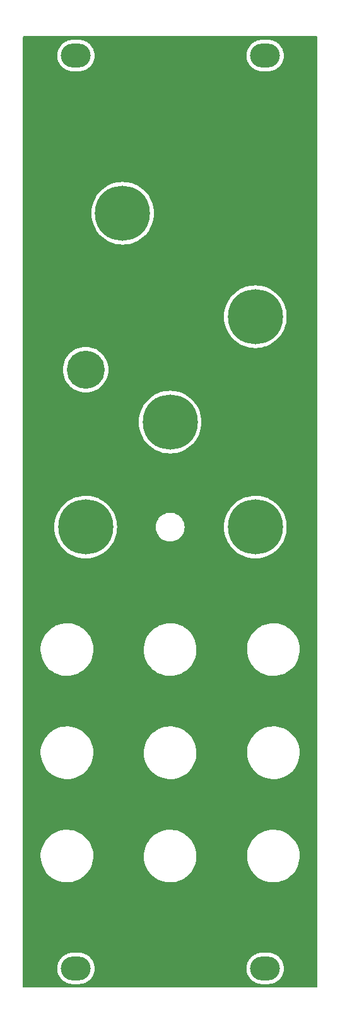
<source format=gtl>
%TF.GenerationSoftware,KiCad,Pcbnew,7.0.8*%
%TF.CreationDate,2024-02-26T10:50:28-05:00*%
%TF.ProjectId,lichen-bifocals-panel,6c696368-656e-42d6-9269-666f63616c73,rev?*%
%TF.SameCoordinates,Original*%
%TF.FileFunction,Copper,L1,Top*%
%TF.FilePolarity,Positive*%
%FSLAX46Y46*%
G04 Gerber Fmt 4.6, Leading zero omitted, Abs format (unit mm)*
G04 Created by KiCad (PCBNEW 7.0.8) date 2024-02-26 10:50:28*
%MOMM*%
%LPD*%
G01*
G04 APERTURE LIST*
G04 Aperture macros list*
%AMRoundRect*
0 Rectangle with rounded corners*
0 $1 Rounding radius*
0 $2 $3 $4 $5 $6 $7 $8 $9 X,Y pos of 4 corners*
0 Add a 4 corners polygon primitive as box body*
4,1,4,$2,$3,$4,$5,$6,$7,$8,$9,$2,$3,0*
0 Add four circle primitives for the rounded corners*
1,1,$1+$1,$2,$3*
1,1,$1+$1,$4,$5*
1,1,$1+$1,$6,$7*
1,1,$1+$1,$8,$9*
0 Add four rect primitives between the rounded corners*
20,1,$1+$1,$2,$3,$4,$5,0*
20,1,$1+$1,$4,$5,$6,$7,0*
20,1,$1+$1,$6,$7,$8,$9,0*
20,1,$1+$1,$8,$9,$2,$3,0*%
G04 Aperture macros list end*
%TA.AperFunction,WasherPad*%
%ADD10C,7.400000*%
%TD*%
%TA.AperFunction,WasherPad*%
%ADD11RoundRect,1.600000X0.400000X0.000000X-0.400000X0.000000X-0.400000X0.000000X0.400000X0.000000X0*%
%TD*%
%TA.AperFunction,WasherPad*%
%ADD12C,5.100000*%
%TD*%
%TA.AperFunction,WasherPad*%
%ADD13RoundRect,1.600000X-0.400000X0.000000X0.400000X0.000000X0.400000X0.000000X-0.400000X0.000000X0*%
%TD*%
G04 APERTURE END LIST*
D10*
%TO.P,POT5,*%
%TO.N,*%
X131587000Y-166284000D03*
%TD*%
%TO.P,POT2,*%
%TO.N,*%
X131587000Y-138057000D03*
%TD*%
D11*
%TO.P, ,*%
%TO.N,*%
X132900000Y-225500000D03*
%TD*%
D12*
%TO.P,BUTTON_1,*%
%TO.N,*%
X108816000Y-145170000D03*
%TD*%
D10*
%TO.P,POT1,*%
%TO.N,*%
X113772000Y-124176000D03*
%TD*%
%TO.P,POT4,*%
%TO.N,*%
X108816000Y-166284000D03*
%TD*%
D13*
%TO.P, ,*%
%TO.N,*%
X107500000Y-103000000D03*
%TD*%
D10*
%TO.P,POT3,*%
%TO.N,*%
X120150000Y-152203000D03*
%TD*%
D11*
%TO.P, ,*%
%TO.N,*%
X132900000Y-103000000D03*
%TD*%
D13*
%TO.P, ,*%
%TO.N,*%
X107500000Y-225500000D03*
%TD*%
%TA.AperFunction,NonConductor*%
G36*
X139842539Y-100420185D02*
G01*
X139888294Y-100472989D01*
X139899500Y-100524500D01*
X139899500Y-227975500D01*
X139879815Y-228042539D01*
X139827011Y-228088294D01*
X139775500Y-228099500D01*
X100524500Y-228099500D01*
X100457461Y-228079815D01*
X100411706Y-228027011D01*
X100400500Y-227975500D01*
X100400500Y-225643679D01*
X104999500Y-225643679D01*
X104999985Y-225647210D01*
X105003059Y-225669574D01*
X105003553Y-225674826D01*
X105005630Y-225715304D01*
X105005631Y-225715321D01*
X105023949Y-225821557D01*
X105038629Y-225928359D01*
X105047482Y-225959961D01*
X105048879Y-225966153D01*
X105054453Y-225998480D01*
X105054455Y-225998486D01*
X105087070Y-226101248D01*
X105116156Y-226205058D01*
X105116157Y-226205060D01*
X105129226Y-226235149D01*
X105131454Y-226241094D01*
X105141383Y-226272375D01*
X105141385Y-226272381D01*
X105187685Y-226369736D01*
X105230636Y-226468619D01*
X105230636Y-226468620D01*
X105247691Y-226496667D01*
X105250706Y-226502251D01*
X105264799Y-226531882D01*
X105323927Y-226622030D01*
X105379945Y-226714147D01*
X105392771Y-226729912D01*
X105400653Y-226739601D01*
X105404395Y-226744714D01*
X105422400Y-226772164D01*
X105422402Y-226772167D01*
X105493250Y-226853418D01*
X105561289Y-226937050D01*
X105561291Y-226937052D01*
X105561292Y-226937053D01*
X105585270Y-226959447D01*
X105585278Y-226959454D01*
X105589681Y-226964010D01*
X105611252Y-226988748D01*
X105692497Y-227059590D01*
X105771296Y-227133184D01*
X105771298Y-227133185D01*
X105771302Y-227133189D01*
X105798108Y-227152110D01*
X105803104Y-227156035D01*
X105803109Y-227156039D01*
X105827836Y-227177600D01*
X105917990Y-227236732D01*
X106006064Y-227298901D01*
X106006068Y-227298903D01*
X106035195Y-227313995D01*
X106040675Y-227317200D01*
X106068118Y-227335201D01*
X106165488Y-227381508D01*
X106261203Y-227431104D01*
X106283877Y-227439162D01*
X106292118Y-227442091D01*
X106297986Y-227444522D01*
X106308247Y-227449401D01*
X106327622Y-227458616D01*
X106430384Y-227491231D01*
X106531968Y-227527334D01*
X106531969Y-227527334D01*
X106531971Y-227527335D01*
X106540342Y-227529074D01*
X106564109Y-227534013D01*
X106570221Y-227535613D01*
X106601514Y-227545545D01*
X106707758Y-227563863D01*
X106813314Y-227585798D01*
X106846046Y-227588037D01*
X106852347Y-227588793D01*
X106884692Y-227594370D01*
X106934513Y-227596924D01*
X107004257Y-227600500D01*
X107004264Y-227600500D01*
X107995743Y-227600500D01*
X108115302Y-227594371D01*
X108147643Y-227588795D01*
X108153952Y-227588037D01*
X108163878Y-227587357D01*
X108186686Y-227585798D01*
X108292241Y-227563863D01*
X108398486Y-227545545D01*
X108429765Y-227535617D01*
X108435891Y-227534012D01*
X108468032Y-227527334D01*
X108569615Y-227491231D01*
X108672378Y-227458616D01*
X108702028Y-227444514D01*
X108707865Y-227442096D01*
X108738797Y-227431104D01*
X108834511Y-227381508D01*
X108931882Y-227335201D01*
X108959324Y-227317200D01*
X108964793Y-227314000D01*
X108993936Y-227298901D01*
X109082009Y-227236732D01*
X109172164Y-227177600D01*
X109196898Y-227156031D01*
X109201866Y-227152127D01*
X109228698Y-227133189D01*
X109307502Y-227059590D01*
X109388748Y-226988748D01*
X109410317Y-226964010D01*
X109414718Y-226959456D01*
X109438708Y-226937053D01*
X109506749Y-226853418D01*
X109577600Y-226772164D01*
X109595601Y-226744717D01*
X109599335Y-226739613D01*
X109620055Y-226714147D01*
X109676072Y-226622030D01*
X109735201Y-226531882D01*
X109749297Y-226502241D01*
X109752308Y-226496667D01*
X109762640Y-226479675D01*
X109769361Y-226468626D01*
X109769362Y-226468623D01*
X109812314Y-226369736D01*
X109858611Y-226272388D01*
X109858616Y-226272378D01*
X109868548Y-226241082D01*
X109870765Y-226235165D01*
X109883844Y-226205058D01*
X109912929Y-226101248D01*
X109945545Y-225998486D01*
X109951124Y-225966122D01*
X109952516Y-225959961D01*
X109961371Y-225928358D01*
X109976050Y-225821558D01*
X109994370Y-225715308D01*
X109996445Y-225674825D01*
X109996940Y-225669574D01*
X110000499Y-225643682D01*
X110000500Y-225643681D01*
X110000500Y-225643679D01*
X130399500Y-225643679D01*
X130399985Y-225647210D01*
X130403059Y-225669574D01*
X130403553Y-225674826D01*
X130405630Y-225715304D01*
X130405631Y-225715321D01*
X130423949Y-225821557D01*
X130438629Y-225928359D01*
X130447482Y-225959961D01*
X130448879Y-225966153D01*
X130454453Y-225998480D01*
X130454455Y-225998486D01*
X130487070Y-226101248D01*
X130516156Y-226205058D01*
X130516157Y-226205060D01*
X130529226Y-226235149D01*
X130531454Y-226241094D01*
X130541383Y-226272375D01*
X130541385Y-226272381D01*
X130587685Y-226369736D01*
X130630636Y-226468619D01*
X130630636Y-226468620D01*
X130647691Y-226496667D01*
X130650706Y-226502251D01*
X130664799Y-226531882D01*
X130723927Y-226622030D01*
X130779945Y-226714147D01*
X130792771Y-226729912D01*
X130800653Y-226739601D01*
X130804395Y-226744714D01*
X130822400Y-226772164D01*
X130822402Y-226772167D01*
X130893250Y-226853418D01*
X130961289Y-226937050D01*
X130961291Y-226937052D01*
X130961292Y-226937053D01*
X130985270Y-226959447D01*
X130985278Y-226959454D01*
X130989681Y-226964010D01*
X131011252Y-226988748D01*
X131092497Y-227059590D01*
X131171296Y-227133184D01*
X131171298Y-227133185D01*
X131171302Y-227133189D01*
X131198108Y-227152110D01*
X131203104Y-227156035D01*
X131203109Y-227156039D01*
X131227836Y-227177600D01*
X131317990Y-227236732D01*
X131406064Y-227298901D01*
X131406068Y-227298903D01*
X131435195Y-227313995D01*
X131440675Y-227317200D01*
X131468118Y-227335201D01*
X131565488Y-227381508D01*
X131661203Y-227431104D01*
X131683877Y-227439162D01*
X131692118Y-227442091D01*
X131697986Y-227444522D01*
X131708247Y-227449401D01*
X131727622Y-227458616D01*
X131830384Y-227491231D01*
X131931968Y-227527334D01*
X131931969Y-227527334D01*
X131931971Y-227527335D01*
X131940342Y-227529074D01*
X131964109Y-227534013D01*
X131970221Y-227535613D01*
X132001514Y-227545545D01*
X132107758Y-227563863D01*
X132213314Y-227585798D01*
X132246046Y-227588037D01*
X132252347Y-227588793D01*
X132284692Y-227594370D01*
X132334513Y-227596924D01*
X132404257Y-227600500D01*
X132404264Y-227600500D01*
X133395743Y-227600500D01*
X133515302Y-227594371D01*
X133547643Y-227588795D01*
X133553952Y-227588037D01*
X133563878Y-227587357D01*
X133586686Y-227585798D01*
X133692241Y-227563863D01*
X133798486Y-227545545D01*
X133829765Y-227535617D01*
X133835891Y-227534012D01*
X133868032Y-227527334D01*
X133969615Y-227491231D01*
X134072378Y-227458616D01*
X134102028Y-227444514D01*
X134107865Y-227442096D01*
X134138797Y-227431104D01*
X134234511Y-227381508D01*
X134331882Y-227335201D01*
X134359324Y-227317200D01*
X134364793Y-227314000D01*
X134393936Y-227298901D01*
X134482009Y-227236732D01*
X134572164Y-227177600D01*
X134596898Y-227156031D01*
X134601866Y-227152127D01*
X134628698Y-227133189D01*
X134707502Y-227059590D01*
X134788748Y-226988748D01*
X134810317Y-226964010D01*
X134814718Y-226959456D01*
X134838708Y-226937053D01*
X134906749Y-226853418D01*
X134977600Y-226772164D01*
X134995601Y-226744717D01*
X134999335Y-226739613D01*
X135020055Y-226714147D01*
X135076072Y-226622030D01*
X135135201Y-226531882D01*
X135149297Y-226502241D01*
X135152308Y-226496667D01*
X135162640Y-226479675D01*
X135169361Y-226468626D01*
X135169362Y-226468623D01*
X135212314Y-226369736D01*
X135258611Y-226272388D01*
X135258616Y-226272378D01*
X135268548Y-226241082D01*
X135270765Y-226235165D01*
X135283844Y-226205058D01*
X135312929Y-226101248D01*
X135345545Y-225998486D01*
X135351124Y-225966122D01*
X135352516Y-225959961D01*
X135361371Y-225928358D01*
X135376050Y-225821558D01*
X135394370Y-225715308D01*
X135396445Y-225674825D01*
X135396940Y-225669574D01*
X135400499Y-225643682D01*
X135400500Y-225643681D01*
X135400500Y-225356324D01*
X135396940Y-225330424D01*
X135396445Y-225325173D01*
X135394370Y-225284692D01*
X135376050Y-225178441D01*
X135361371Y-225071642D01*
X135352517Y-225040040D01*
X135351120Y-225033851D01*
X135345545Y-225001514D01*
X135312929Y-224898751D01*
X135283844Y-224794942D01*
X135270765Y-224764832D01*
X135268543Y-224758903D01*
X135258616Y-224727622D01*
X135212314Y-224630263D01*
X135169361Y-224531375D01*
X135152306Y-224503330D01*
X135149293Y-224497749D01*
X135135204Y-224468124D01*
X135135201Y-224468118D01*
X135076072Y-224377969D01*
X135020055Y-224285853D01*
X134999344Y-224260396D01*
X134995595Y-224255272D01*
X134977602Y-224227838D01*
X134906749Y-224146581D01*
X134838712Y-224062952D01*
X134838708Y-224062947D01*
X134814717Y-224040540D01*
X134810317Y-224035989D01*
X134788748Y-224011252D01*
X134707502Y-223940409D01*
X134628701Y-223866813D01*
X134624392Y-223863771D01*
X134601884Y-223847883D01*
X134596900Y-223843969D01*
X134572164Y-223822400D01*
X134482009Y-223763267D01*
X134393936Y-223701099D01*
X134364797Y-223686000D01*
X134359329Y-223682802D01*
X134331882Y-223664799D01*
X134331878Y-223664797D01*
X134331873Y-223664794D01*
X134234511Y-223618491D01*
X134138796Y-223568895D01*
X134138792Y-223568894D01*
X134107874Y-223557905D01*
X134102006Y-223555474D01*
X134072385Y-223541386D01*
X134072380Y-223541385D01*
X134072378Y-223541384D01*
X133969615Y-223508768D01*
X133868044Y-223472670D01*
X133868038Y-223472668D01*
X133868032Y-223472666D01*
X133835903Y-223465988D01*
X133829762Y-223464380D01*
X133798497Y-223454458D01*
X133798489Y-223454456D01*
X133798486Y-223454455D01*
X133798482Y-223454454D01*
X133798481Y-223454454D01*
X133692241Y-223436136D01*
X133586686Y-223414202D01*
X133586681Y-223414201D01*
X133586682Y-223414201D01*
X133553943Y-223411961D01*
X133547647Y-223411205D01*
X133534199Y-223408886D01*
X133515312Y-223405630D01*
X133515297Y-223405628D01*
X133395743Y-223399500D01*
X133395736Y-223399500D01*
X132404264Y-223399500D01*
X132404257Y-223399500D01*
X132284706Y-223405628D01*
X132284678Y-223405631D01*
X132252348Y-223411204D01*
X132246048Y-223411961D01*
X132213319Y-223414201D01*
X132107758Y-223436136D01*
X132001516Y-223454454D01*
X132001502Y-223454458D01*
X131970241Y-223464379D01*
X131964100Y-223465987D01*
X131931980Y-223472662D01*
X131931954Y-223472670D01*
X131830384Y-223508768D01*
X131727618Y-223541385D01*
X131697989Y-223555476D01*
X131692124Y-223557906D01*
X131661200Y-223568897D01*
X131565488Y-223618491D01*
X131468120Y-223664797D01*
X131468112Y-223664802D01*
X131440676Y-223682798D01*
X131435193Y-223686005D01*
X131406064Y-223701098D01*
X131317990Y-223763267D01*
X131227836Y-223822400D01*
X131227827Y-223822406D01*
X131203102Y-223843965D01*
X131198110Y-223847887D01*
X131171311Y-223866803D01*
X131171294Y-223866817D01*
X131092497Y-223940409D01*
X131011258Y-224011246D01*
X131011256Y-224011247D01*
X130989691Y-224035978D01*
X130985280Y-224040542D01*
X130961293Y-224062944D01*
X130961292Y-224062945D01*
X130893250Y-224146581D01*
X130822398Y-224227837D01*
X130822395Y-224227842D01*
X130804403Y-224255273D01*
X130800654Y-224260396D01*
X130779943Y-224285855D01*
X130779941Y-224285858D01*
X130723927Y-224377969D01*
X130664800Y-224468115D01*
X130650706Y-224497747D01*
X130647691Y-224503330D01*
X130630640Y-224531372D01*
X130587685Y-224630263D01*
X130541384Y-224727620D01*
X130541383Y-224727622D01*
X130531454Y-224758904D01*
X130529227Y-224764846D01*
X130516156Y-224794942D01*
X130487070Y-224898751D01*
X130454455Y-225001513D01*
X130448879Y-225033847D01*
X130447482Y-225040040D01*
X130438629Y-225071642D01*
X130438629Y-225071643D01*
X130423949Y-225178442D01*
X130405632Y-225284675D01*
X130405630Y-225284695D01*
X130403555Y-225325151D01*
X130403059Y-225330415D01*
X130399500Y-225356316D01*
X130399500Y-225643679D01*
X110000500Y-225643679D01*
X110000500Y-225356324D01*
X109996940Y-225330424D01*
X109996445Y-225325173D01*
X109994370Y-225284692D01*
X109976050Y-225178441D01*
X109961371Y-225071642D01*
X109952517Y-225040040D01*
X109951120Y-225033851D01*
X109945545Y-225001514D01*
X109912929Y-224898751D01*
X109883844Y-224794942D01*
X109870765Y-224764832D01*
X109868543Y-224758903D01*
X109858616Y-224727622D01*
X109812314Y-224630263D01*
X109769361Y-224531375D01*
X109752306Y-224503330D01*
X109749293Y-224497749D01*
X109735204Y-224468124D01*
X109735201Y-224468118D01*
X109676072Y-224377969D01*
X109620055Y-224285853D01*
X109599344Y-224260396D01*
X109595595Y-224255272D01*
X109577602Y-224227838D01*
X109506749Y-224146581D01*
X109438712Y-224062952D01*
X109438708Y-224062947D01*
X109414717Y-224040540D01*
X109410317Y-224035989D01*
X109388748Y-224011252D01*
X109307502Y-223940409D01*
X109228701Y-223866813D01*
X109224392Y-223863771D01*
X109201884Y-223847883D01*
X109196900Y-223843969D01*
X109172164Y-223822400D01*
X109082009Y-223763267D01*
X108993936Y-223701099D01*
X108964797Y-223686000D01*
X108959329Y-223682802D01*
X108931882Y-223664799D01*
X108931878Y-223664797D01*
X108931873Y-223664794D01*
X108834511Y-223618491D01*
X108738796Y-223568895D01*
X108738792Y-223568894D01*
X108707874Y-223557905D01*
X108702006Y-223555474D01*
X108672385Y-223541386D01*
X108672380Y-223541385D01*
X108672378Y-223541384D01*
X108569615Y-223508768D01*
X108468044Y-223472670D01*
X108468038Y-223472668D01*
X108468032Y-223472666D01*
X108435903Y-223465988D01*
X108429762Y-223464380D01*
X108398497Y-223454458D01*
X108398489Y-223454456D01*
X108398486Y-223454455D01*
X108398482Y-223454454D01*
X108398481Y-223454454D01*
X108292241Y-223436136D01*
X108186686Y-223414202D01*
X108186681Y-223414201D01*
X108186682Y-223414201D01*
X108153943Y-223411961D01*
X108147647Y-223411205D01*
X108134199Y-223408886D01*
X108115312Y-223405630D01*
X108115297Y-223405628D01*
X107995743Y-223399500D01*
X107995736Y-223399500D01*
X107004264Y-223399500D01*
X107004257Y-223399500D01*
X106884706Y-223405628D01*
X106884678Y-223405631D01*
X106852348Y-223411204D01*
X106846048Y-223411961D01*
X106813319Y-223414201D01*
X106707758Y-223436136D01*
X106601516Y-223454454D01*
X106601502Y-223454458D01*
X106570241Y-223464379D01*
X106564100Y-223465987D01*
X106531980Y-223472662D01*
X106531954Y-223472670D01*
X106430384Y-223508768D01*
X106327618Y-223541385D01*
X106297989Y-223555476D01*
X106292124Y-223557906D01*
X106261200Y-223568897D01*
X106165488Y-223618491D01*
X106068120Y-223664797D01*
X106068112Y-223664802D01*
X106040676Y-223682798D01*
X106035193Y-223686005D01*
X106006064Y-223701098D01*
X105917990Y-223763267D01*
X105827836Y-223822400D01*
X105827827Y-223822406D01*
X105803102Y-223843965D01*
X105798110Y-223847887D01*
X105771311Y-223866803D01*
X105771294Y-223866817D01*
X105692497Y-223940409D01*
X105611258Y-224011246D01*
X105611256Y-224011247D01*
X105589691Y-224035978D01*
X105585280Y-224040542D01*
X105561293Y-224062944D01*
X105561292Y-224062945D01*
X105493250Y-224146581D01*
X105422398Y-224227837D01*
X105422395Y-224227842D01*
X105404403Y-224255273D01*
X105400654Y-224260396D01*
X105379943Y-224285855D01*
X105379941Y-224285858D01*
X105323927Y-224377969D01*
X105264800Y-224468115D01*
X105250706Y-224497747D01*
X105247691Y-224503330D01*
X105230640Y-224531372D01*
X105187685Y-224630263D01*
X105141384Y-224727620D01*
X105141383Y-224727622D01*
X105131454Y-224758904D01*
X105129227Y-224764846D01*
X105116156Y-224794942D01*
X105087070Y-224898751D01*
X105054455Y-225001513D01*
X105048879Y-225033847D01*
X105047482Y-225040040D01*
X105038629Y-225071642D01*
X105038629Y-225071643D01*
X105023949Y-225178442D01*
X105005632Y-225284675D01*
X105005630Y-225284695D01*
X105003555Y-225325151D01*
X105003059Y-225330415D01*
X104999500Y-225356316D01*
X104999500Y-225643679D01*
X100400500Y-225643679D01*
X100400500Y-210523112D01*
X102762742Y-210523112D01*
X102792768Y-210898258D01*
X102862500Y-211268077D01*
X102971143Y-211628383D01*
X103117473Y-211975108D01*
X103299824Y-212304307D01*
X103516127Y-212612251D01*
X103516133Y-212612258D01*
X103516138Y-212612265D01*
X103763959Y-212895484D01*
X104040481Y-213150757D01*
X104342569Y-213375191D01*
X104666802Y-213566243D01*
X105009506Y-213721749D01*
X105366798Y-213839947D01*
X105734629Y-213919498D01*
X106108832Y-213959500D01*
X106391019Y-213959500D01*
X106391021Y-213959500D01*
X106474347Y-213955058D01*
X106672788Y-213944483D01*
X106672792Y-213944482D01*
X106672802Y-213944482D01*
X107044346Y-213884620D01*
X107407422Y-213785606D01*
X107757916Y-213648559D01*
X108091858Y-213475034D01*
X108405463Y-213266996D01*
X108695179Y-213026802D01*
X108957722Y-212757174D01*
X109190118Y-212461167D01*
X109389735Y-212142135D01*
X109554309Y-211803692D01*
X109681976Y-211449674D01*
X109771291Y-211084090D01*
X109821240Y-210711085D01*
X109826246Y-210523112D01*
X116615742Y-210523112D01*
X116645768Y-210898258D01*
X116715500Y-211268077D01*
X116824143Y-211628383D01*
X116970473Y-211975108D01*
X117152824Y-212304307D01*
X117369127Y-212612251D01*
X117369133Y-212612258D01*
X117369138Y-212612265D01*
X117616959Y-212895484D01*
X117893481Y-213150757D01*
X118195569Y-213375191D01*
X118519802Y-213566243D01*
X118862506Y-213721749D01*
X119219798Y-213839947D01*
X119587629Y-213919498D01*
X119961832Y-213959500D01*
X120244019Y-213959500D01*
X120244021Y-213959500D01*
X120327347Y-213955058D01*
X120525788Y-213944483D01*
X120525792Y-213944482D01*
X120525802Y-213944482D01*
X120897346Y-213884620D01*
X121260422Y-213785606D01*
X121610916Y-213648559D01*
X121944858Y-213475034D01*
X122258463Y-213266996D01*
X122548179Y-213026802D01*
X122810722Y-212757174D01*
X123043118Y-212461167D01*
X123242735Y-212142135D01*
X123407309Y-211803692D01*
X123534976Y-211449674D01*
X123624291Y-211084090D01*
X123674240Y-210711085D01*
X123679246Y-210523112D01*
X130469742Y-210523112D01*
X130499768Y-210898258D01*
X130569500Y-211268077D01*
X130678143Y-211628383D01*
X130824473Y-211975108D01*
X131006824Y-212304307D01*
X131223127Y-212612251D01*
X131223133Y-212612258D01*
X131223138Y-212612265D01*
X131470959Y-212895484D01*
X131747481Y-213150757D01*
X132049569Y-213375191D01*
X132373802Y-213566243D01*
X132716506Y-213721749D01*
X133073798Y-213839947D01*
X133441629Y-213919498D01*
X133815832Y-213959500D01*
X134098019Y-213959500D01*
X134098021Y-213959500D01*
X134181347Y-213955058D01*
X134379788Y-213944483D01*
X134379792Y-213944482D01*
X134379802Y-213944482D01*
X134751346Y-213884620D01*
X135114422Y-213785606D01*
X135464916Y-213648559D01*
X135798858Y-213475034D01*
X136112463Y-213266996D01*
X136402179Y-213026802D01*
X136664722Y-212757174D01*
X136897118Y-212461167D01*
X137096735Y-212142135D01*
X137261309Y-211803692D01*
X137388976Y-211449674D01*
X137478291Y-211084090D01*
X137528240Y-210711085D01*
X137538258Y-210334883D01*
X137508232Y-209959747D01*
X137438501Y-209589929D01*
X137329856Y-209229617D01*
X137183528Y-208882895D01*
X137091006Y-208715865D01*
X137001175Y-208553692D01*
X136784872Y-208245748D01*
X136784867Y-208245742D01*
X136784862Y-208245735D01*
X136537041Y-207962516D01*
X136260519Y-207707243D01*
X136260517Y-207707241D01*
X135958435Y-207482812D01*
X135958431Y-207482809D01*
X135634198Y-207291757D01*
X135291494Y-207136251D01*
X135291491Y-207136250D01*
X135291489Y-207136249D01*
X134934215Y-207018057D01*
X134934210Y-207018055D01*
X134934202Y-207018053D01*
X134566371Y-206938502D01*
X134566369Y-206938501D01*
X134566367Y-206938501D01*
X134192168Y-206898500D01*
X133909979Y-206898500D01*
X133888735Y-206899632D01*
X133628211Y-206913516D01*
X133628185Y-206913519D01*
X133256656Y-206973379D01*
X133256653Y-206973380D01*
X132893577Y-207072394D01*
X132730265Y-207136251D01*
X132543084Y-207209441D01*
X132543082Y-207209441D01*
X132543082Y-207209442D01*
X132209141Y-207382966D01*
X131895542Y-207590999D01*
X131895533Y-207591006D01*
X131605831Y-207831188D01*
X131605817Y-207831201D01*
X131343274Y-208100829D01*
X131110889Y-208396822D01*
X131110884Y-208396829D01*
X130911267Y-208715862D01*
X130911259Y-208715876D01*
X130746688Y-209054313D01*
X130619022Y-209408331D01*
X130529709Y-209773906D01*
X130529708Y-209773914D01*
X130479761Y-210146908D01*
X130479759Y-210146924D01*
X130469742Y-210523112D01*
X123679246Y-210523112D01*
X123684258Y-210334883D01*
X123654232Y-209959747D01*
X123584501Y-209589929D01*
X123475856Y-209229617D01*
X123329528Y-208882895D01*
X123237006Y-208715865D01*
X123147175Y-208553692D01*
X122930872Y-208245748D01*
X122930867Y-208245742D01*
X122930862Y-208245735D01*
X122683041Y-207962516D01*
X122406519Y-207707243D01*
X122406517Y-207707241D01*
X122104435Y-207482812D01*
X122104431Y-207482809D01*
X121780198Y-207291757D01*
X121437494Y-207136251D01*
X121437491Y-207136250D01*
X121437489Y-207136249D01*
X121080215Y-207018057D01*
X121080210Y-207018055D01*
X121080202Y-207018053D01*
X120712371Y-206938502D01*
X120712369Y-206938501D01*
X120712367Y-206938501D01*
X120338168Y-206898500D01*
X120055979Y-206898500D01*
X120034735Y-206899632D01*
X119774211Y-206913516D01*
X119774185Y-206913519D01*
X119402656Y-206973379D01*
X119402653Y-206973380D01*
X119039577Y-207072394D01*
X118876265Y-207136251D01*
X118689084Y-207209441D01*
X118689082Y-207209441D01*
X118689082Y-207209442D01*
X118355141Y-207382966D01*
X118041542Y-207590999D01*
X118041533Y-207591006D01*
X117751831Y-207831188D01*
X117751817Y-207831201D01*
X117489274Y-208100829D01*
X117256889Y-208396822D01*
X117256884Y-208396829D01*
X117057267Y-208715862D01*
X117057259Y-208715876D01*
X116892688Y-209054313D01*
X116765022Y-209408331D01*
X116675709Y-209773906D01*
X116675708Y-209773914D01*
X116625761Y-210146908D01*
X116625759Y-210146924D01*
X116615742Y-210523112D01*
X109826246Y-210523112D01*
X109831258Y-210334883D01*
X109801232Y-209959747D01*
X109731501Y-209589929D01*
X109622856Y-209229617D01*
X109476528Y-208882895D01*
X109384006Y-208715865D01*
X109294175Y-208553692D01*
X109077872Y-208245748D01*
X109077867Y-208245742D01*
X109077862Y-208245735D01*
X108830041Y-207962516D01*
X108553519Y-207707243D01*
X108553517Y-207707241D01*
X108251435Y-207482812D01*
X108251431Y-207482809D01*
X107927198Y-207291757D01*
X107584494Y-207136251D01*
X107584491Y-207136250D01*
X107584489Y-207136249D01*
X107227215Y-207018057D01*
X107227210Y-207018055D01*
X107227202Y-207018053D01*
X106859371Y-206938502D01*
X106859369Y-206938501D01*
X106859367Y-206938501D01*
X106485168Y-206898500D01*
X106202979Y-206898500D01*
X106181735Y-206899632D01*
X105921211Y-206913516D01*
X105921185Y-206913519D01*
X105549656Y-206973379D01*
X105549653Y-206973380D01*
X105186577Y-207072394D01*
X105023265Y-207136251D01*
X104836084Y-207209441D01*
X104836082Y-207209441D01*
X104836082Y-207209442D01*
X104502141Y-207382966D01*
X104188542Y-207590999D01*
X104188533Y-207591006D01*
X103898831Y-207831188D01*
X103898817Y-207831201D01*
X103636274Y-208100829D01*
X103403889Y-208396822D01*
X103403884Y-208396829D01*
X103204267Y-208715862D01*
X103204259Y-208715876D01*
X103039688Y-209054313D01*
X102912022Y-209408331D01*
X102822709Y-209773906D01*
X102822708Y-209773914D01*
X102772761Y-210146908D01*
X102772759Y-210146924D01*
X102762742Y-210523112D01*
X100400500Y-210523112D01*
X100400500Y-196671112D01*
X102762742Y-196671112D01*
X102792768Y-197046258D01*
X102862500Y-197416077D01*
X102971143Y-197776383D01*
X103117473Y-198123108D01*
X103299824Y-198452307D01*
X103516127Y-198760251D01*
X103516133Y-198760258D01*
X103516138Y-198760265D01*
X103763959Y-199043484D01*
X104040481Y-199298757D01*
X104342569Y-199523191D01*
X104666802Y-199714243D01*
X105009506Y-199869749D01*
X105366798Y-199987947D01*
X105734629Y-200067498D01*
X106108832Y-200107500D01*
X106391019Y-200107500D01*
X106391021Y-200107500D01*
X106474347Y-200103058D01*
X106672788Y-200092483D01*
X106672792Y-200092482D01*
X106672802Y-200092482D01*
X107044346Y-200032620D01*
X107407422Y-199933606D01*
X107757916Y-199796559D01*
X108091858Y-199623034D01*
X108405463Y-199414996D01*
X108695179Y-199174802D01*
X108957722Y-198905174D01*
X109190118Y-198609167D01*
X109389735Y-198290135D01*
X109554309Y-197951692D01*
X109681976Y-197597674D01*
X109771291Y-197232090D01*
X109821240Y-196859085D01*
X109826246Y-196671112D01*
X116615742Y-196671112D01*
X116645768Y-197046258D01*
X116715500Y-197416077D01*
X116824143Y-197776383D01*
X116970473Y-198123108D01*
X117152824Y-198452307D01*
X117369127Y-198760251D01*
X117369133Y-198760258D01*
X117369138Y-198760265D01*
X117616959Y-199043484D01*
X117893481Y-199298757D01*
X118195569Y-199523191D01*
X118519802Y-199714243D01*
X118862506Y-199869749D01*
X119219798Y-199987947D01*
X119587629Y-200067498D01*
X119961832Y-200107500D01*
X120244019Y-200107500D01*
X120244021Y-200107500D01*
X120327347Y-200103058D01*
X120525788Y-200092483D01*
X120525792Y-200092482D01*
X120525802Y-200092482D01*
X120897346Y-200032620D01*
X121260422Y-199933606D01*
X121610916Y-199796559D01*
X121944858Y-199623034D01*
X122258463Y-199414996D01*
X122548179Y-199174802D01*
X122810722Y-198905174D01*
X123043118Y-198609167D01*
X123242735Y-198290135D01*
X123407309Y-197951692D01*
X123534976Y-197597674D01*
X123624291Y-197232090D01*
X123674240Y-196859085D01*
X123679246Y-196671112D01*
X130469742Y-196671112D01*
X130499768Y-197046258D01*
X130569500Y-197416077D01*
X130678143Y-197776383D01*
X130824473Y-198123108D01*
X131006824Y-198452307D01*
X131223127Y-198760251D01*
X131223133Y-198760258D01*
X131223138Y-198760265D01*
X131470959Y-199043484D01*
X131747481Y-199298757D01*
X132049569Y-199523191D01*
X132373802Y-199714243D01*
X132716506Y-199869749D01*
X133073798Y-199987947D01*
X133441629Y-200067498D01*
X133815832Y-200107500D01*
X134098019Y-200107500D01*
X134098021Y-200107500D01*
X134181347Y-200103058D01*
X134379788Y-200092483D01*
X134379792Y-200092482D01*
X134379802Y-200092482D01*
X134751346Y-200032620D01*
X135114422Y-199933606D01*
X135464916Y-199796559D01*
X135798858Y-199623034D01*
X136112463Y-199414996D01*
X136402179Y-199174802D01*
X136664722Y-198905174D01*
X136897118Y-198609167D01*
X137096735Y-198290135D01*
X137261309Y-197951692D01*
X137388976Y-197597674D01*
X137478291Y-197232090D01*
X137528240Y-196859085D01*
X137538258Y-196482883D01*
X137508232Y-196107747D01*
X137438501Y-195737929D01*
X137329856Y-195377617D01*
X137183528Y-195030895D01*
X137091006Y-194863865D01*
X137001175Y-194701692D01*
X136784872Y-194393748D01*
X136784867Y-194393742D01*
X136784862Y-194393735D01*
X136537041Y-194110516D01*
X136260519Y-193855243D01*
X136260517Y-193855241D01*
X135958435Y-193630812D01*
X135958431Y-193630809D01*
X135634198Y-193439757D01*
X135291494Y-193284251D01*
X135291491Y-193284250D01*
X135291489Y-193284249D01*
X134934215Y-193166057D01*
X134934210Y-193166055D01*
X134934202Y-193166053D01*
X134566371Y-193086502D01*
X134566369Y-193086501D01*
X134566367Y-193086501D01*
X134192168Y-193046500D01*
X133909979Y-193046500D01*
X133888735Y-193047632D01*
X133628211Y-193061516D01*
X133628185Y-193061519D01*
X133256656Y-193121379D01*
X133256653Y-193121380D01*
X132893577Y-193220394D01*
X132730265Y-193284251D01*
X132543084Y-193357441D01*
X132543082Y-193357441D01*
X132543082Y-193357442D01*
X132209141Y-193530966D01*
X131895542Y-193738999D01*
X131895533Y-193739006D01*
X131605831Y-193979188D01*
X131605817Y-193979201D01*
X131343274Y-194248829D01*
X131110889Y-194544822D01*
X131110884Y-194544829D01*
X130911267Y-194863862D01*
X130911259Y-194863876D01*
X130746688Y-195202313D01*
X130619022Y-195556331D01*
X130529709Y-195921906D01*
X130529708Y-195921914D01*
X130479761Y-196294908D01*
X130479759Y-196294924D01*
X130469742Y-196671112D01*
X123679246Y-196671112D01*
X123684258Y-196482883D01*
X123654232Y-196107747D01*
X123584501Y-195737929D01*
X123475856Y-195377617D01*
X123329528Y-195030895D01*
X123237006Y-194863865D01*
X123147175Y-194701692D01*
X122930872Y-194393748D01*
X122930867Y-194393742D01*
X122930862Y-194393735D01*
X122683041Y-194110516D01*
X122406519Y-193855243D01*
X122406517Y-193855241D01*
X122104435Y-193630812D01*
X122104431Y-193630809D01*
X121780198Y-193439757D01*
X121437494Y-193284251D01*
X121437491Y-193284250D01*
X121437489Y-193284249D01*
X121080215Y-193166057D01*
X121080210Y-193166055D01*
X121080202Y-193166053D01*
X120712371Y-193086502D01*
X120712369Y-193086501D01*
X120712367Y-193086501D01*
X120338168Y-193046500D01*
X120055979Y-193046500D01*
X120034735Y-193047632D01*
X119774211Y-193061516D01*
X119774185Y-193061519D01*
X119402656Y-193121379D01*
X119402653Y-193121380D01*
X119039577Y-193220394D01*
X118876265Y-193284251D01*
X118689084Y-193357441D01*
X118689082Y-193357441D01*
X118689082Y-193357442D01*
X118355141Y-193530966D01*
X118041542Y-193738999D01*
X118041533Y-193739006D01*
X117751831Y-193979188D01*
X117751817Y-193979201D01*
X117489274Y-194248829D01*
X117256889Y-194544822D01*
X117256884Y-194544829D01*
X117057267Y-194863862D01*
X117057259Y-194863876D01*
X116892688Y-195202313D01*
X116765022Y-195556331D01*
X116675709Y-195921906D01*
X116675708Y-195921914D01*
X116625761Y-196294908D01*
X116625759Y-196294924D01*
X116615742Y-196671112D01*
X109826246Y-196671112D01*
X109831258Y-196482883D01*
X109801232Y-196107747D01*
X109731501Y-195737929D01*
X109622856Y-195377617D01*
X109476528Y-195030895D01*
X109384006Y-194863865D01*
X109294175Y-194701692D01*
X109077872Y-194393748D01*
X109077867Y-194393742D01*
X109077862Y-194393735D01*
X108830041Y-194110516D01*
X108553519Y-193855243D01*
X108553517Y-193855241D01*
X108251435Y-193630812D01*
X108251431Y-193630809D01*
X107927198Y-193439757D01*
X107584494Y-193284251D01*
X107584491Y-193284250D01*
X107584489Y-193284249D01*
X107227215Y-193166057D01*
X107227210Y-193166055D01*
X107227202Y-193166053D01*
X106859371Y-193086502D01*
X106859369Y-193086501D01*
X106859367Y-193086501D01*
X106485168Y-193046500D01*
X106202979Y-193046500D01*
X106181735Y-193047632D01*
X105921211Y-193061516D01*
X105921185Y-193061519D01*
X105549656Y-193121379D01*
X105549653Y-193121380D01*
X105186577Y-193220394D01*
X105023265Y-193284251D01*
X104836084Y-193357441D01*
X104836082Y-193357441D01*
X104836082Y-193357442D01*
X104502141Y-193530966D01*
X104188542Y-193738999D01*
X104188533Y-193739006D01*
X103898831Y-193979188D01*
X103898817Y-193979201D01*
X103636274Y-194248829D01*
X103403889Y-194544822D01*
X103403884Y-194544829D01*
X103204267Y-194863862D01*
X103204259Y-194863876D01*
X103039688Y-195202313D01*
X102912022Y-195556331D01*
X102822709Y-195921906D01*
X102822708Y-195921914D01*
X102772761Y-196294908D01*
X102772759Y-196294924D01*
X102762742Y-196671112D01*
X100400500Y-196671112D01*
X100400500Y-182817112D01*
X102762742Y-182817112D01*
X102792768Y-183192258D01*
X102862500Y-183562077D01*
X102971143Y-183922383D01*
X103117473Y-184269108D01*
X103299824Y-184598307D01*
X103516127Y-184906251D01*
X103516133Y-184906258D01*
X103516138Y-184906265D01*
X103763959Y-185189484D01*
X104040481Y-185444757D01*
X104342569Y-185669191D01*
X104666802Y-185860243D01*
X105009506Y-186015749D01*
X105366798Y-186133947D01*
X105734629Y-186213498D01*
X106108832Y-186253500D01*
X106391019Y-186253500D01*
X106391021Y-186253500D01*
X106474347Y-186249058D01*
X106672788Y-186238483D01*
X106672792Y-186238482D01*
X106672802Y-186238482D01*
X107044346Y-186178620D01*
X107407422Y-186079606D01*
X107757916Y-185942559D01*
X108091858Y-185769034D01*
X108405463Y-185560996D01*
X108695179Y-185320802D01*
X108957722Y-185051174D01*
X109190118Y-184755167D01*
X109389735Y-184436135D01*
X109554309Y-184097692D01*
X109681976Y-183743674D01*
X109771291Y-183378090D01*
X109821240Y-183005085D01*
X109826246Y-182817112D01*
X116615742Y-182817112D01*
X116645768Y-183192258D01*
X116715500Y-183562077D01*
X116824143Y-183922383D01*
X116970473Y-184269108D01*
X117152824Y-184598307D01*
X117369127Y-184906251D01*
X117369133Y-184906258D01*
X117369138Y-184906265D01*
X117616959Y-185189484D01*
X117893481Y-185444757D01*
X118195569Y-185669191D01*
X118519802Y-185860243D01*
X118862506Y-186015749D01*
X119219798Y-186133947D01*
X119587629Y-186213498D01*
X119961832Y-186253500D01*
X120244019Y-186253500D01*
X120244021Y-186253500D01*
X120327347Y-186249058D01*
X120525788Y-186238483D01*
X120525792Y-186238482D01*
X120525802Y-186238482D01*
X120897346Y-186178620D01*
X121260422Y-186079606D01*
X121610916Y-185942559D01*
X121944858Y-185769034D01*
X122258463Y-185560996D01*
X122548179Y-185320802D01*
X122810722Y-185051174D01*
X123043118Y-184755167D01*
X123242735Y-184436135D01*
X123407309Y-184097692D01*
X123534976Y-183743674D01*
X123624291Y-183378090D01*
X123674240Y-183005085D01*
X123679246Y-182817112D01*
X130469742Y-182817112D01*
X130499768Y-183192258D01*
X130569500Y-183562077D01*
X130678143Y-183922383D01*
X130824473Y-184269108D01*
X131006824Y-184598307D01*
X131223127Y-184906251D01*
X131223133Y-184906258D01*
X131223138Y-184906265D01*
X131470959Y-185189484D01*
X131747481Y-185444757D01*
X132049569Y-185669191D01*
X132373802Y-185860243D01*
X132716506Y-186015749D01*
X133073798Y-186133947D01*
X133441629Y-186213498D01*
X133815832Y-186253500D01*
X134098019Y-186253500D01*
X134098021Y-186253500D01*
X134181347Y-186249058D01*
X134379788Y-186238483D01*
X134379792Y-186238482D01*
X134379802Y-186238482D01*
X134751346Y-186178620D01*
X135114422Y-186079606D01*
X135464916Y-185942559D01*
X135798858Y-185769034D01*
X136112463Y-185560996D01*
X136402179Y-185320802D01*
X136664722Y-185051174D01*
X136897118Y-184755167D01*
X137096735Y-184436135D01*
X137261309Y-184097692D01*
X137388976Y-183743674D01*
X137478291Y-183378090D01*
X137528240Y-183005085D01*
X137538258Y-182628883D01*
X137508232Y-182253747D01*
X137438501Y-181883929D01*
X137329856Y-181523617D01*
X137183528Y-181176895D01*
X137091006Y-181009865D01*
X137001175Y-180847692D01*
X136784872Y-180539748D01*
X136784867Y-180539742D01*
X136784862Y-180539735D01*
X136537041Y-180256516D01*
X136260519Y-180001243D01*
X136260517Y-180001241D01*
X135958435Y-179776812D01*
X135958431Y-179776809D01*
X135634198Y-179585757D01*
X135291494Y-179430251D01*
X135291491Y-179430250D01*
X135291489Y-179430249D01*
X134934215Y-179312057D01*
X134934210Y-179312055D01*
X134934202Y-179312053D01*
X134566371Y-179232502D01*
X134566369Y-179232501D01*
X134566367Y-179232501D01*
X134192168Y-179192500D01*
X133909979Y-179192500D01*
X133888735Y-179193632D01*
X133628211Y-179207516D01*
X133628185Y-179207519D01*
X133256656Y-179267379D01*
X133256653Y-179267380D01*
X132893577Y-179366394D01*
X132730265Y-179430251D01*
X132543084Y-179503441D01*
X132543082Y-179503441D01*
X132543082Y-179503442D01*
X132209141Y-179676966D01*
X131895542Y-179884999D01*
X131895533Y-179885006D01*
X131605831Y-180125188D01*
X131605817Y-180125201D01*
X131343274Y-180394829D01*
X131110889Y-180690822D01*
X131110884Y-180690829D01*
X130911267Y-181009862D01*
X130911259Y-181009876D01*
X130746688Y-181348313D01*
X130619022Y-181702331D01*
X130529709Y-182067906D01*
X130529708Y-182067914D01*
X130479761Y-182440908D01*
X130479759Y-182440924D01*
X130469742Y-182817112D01*
X123679246Y-182817112D01*
X123684258Y-182628883D01*
X123654232Y-182253747D01*
X123584501Y-181883929D01*
X123475856Y-181523617D01*
X123329528Y-181176895D01*
X123237006Y-181009865D01*
X123147175Y-180847692D01*
X122930872Y-180539748D01*
X122930867Y-180539742D01*
X122930862Y-180539735D01*
X122683041Y-180256516D01*
X122406519Y-180001243D01*
X122406517Y-180001241D01*
X122104435Y-179776812D01*
X122104431Y-179776809D01*
X121780198Y-179585757D01*
X121437494Y-179430251D01*
X121437491Y-179430250D01*
X121437489Y-179430249D01*
X121080215Y-179312057D01*
X121080210Y-179312055D01*
X121080202Y-179312053D01*
X120712371Y-179232502D01*
X120712369Y-179232501D01*
X120712367Y-179232501D01*
X120338168Y-179192500D01*
X120055979Y-179192500D01*
X120034735Y-179193632D01*
X119774211Y-179207516D01*
X119774185Y-179207519D01*
X119402656Y-179267379D01*
X119402653Y-179267380D01*
X119039577Y-179366394D01*
X118876265Y-179430251D01*
X118689084Y-179503441D01*
X118689082Y-179503441D01*
X118689082Y-179503442D01*
X118355141Y-179676966D01*
X118041542Y-179884999D01*
X118041533Y-179885006D01*
X117751831Y-180125188D01*
X117751817Y-180125201D01*
X117489274Y-180394829D01*
X117256889Y-180690822D01*
X117256884Y-180690829D01*
X117057267Y-181009862D01*
X117057259Y-181009876D01*
X116892688Y-181348313D01*
X116765022Y-181702331D01*
X116675709Y-182067906D01*
X116675708Y-182067914D01*
X116625761Y-182440908D01*
X116625759Y-182440924D01*
X116615742Y-182817112D01*
X109826246Y-182817112D01*
X109831258Y-182628883D01*
X109801232Y-182253747D01*
X109731501Y-181883929D01*
X109622856Y-181523617D01*
X109476528Y-181176895D01*
X109384006Y-181009865D01*
X109294175Y-180847692D01*
X109077872Y-180539748D01*
X109077867Y-180539742D01*
X109077862Y-180539735D01*
X108830041Y-180256516D01*
X108553519Y-180001243D01*
X108553517Y-180001241D01*
X108251435Y-179776812D01*
X108251431Y-179776809D01*
X107927198Y-179585757D01*
X107584494Y-179430251D01*
X107584491Y-179430250D01*
X107584489Y-179430249D01*
X107227215Y-179312057D01*
X107227210Y-179312055D01*
X107227202Y-179312053D01*
X106859371Y-179232502D01*
X106859369Y-179232501D01*
X106859367Y-179232501D01*
X106485168Y-179192500D01*
X106202979Y-179192500D01*
X106181735Y-179193632D01*
X105921211Y-179207516D01*
X105921185Y-179207519D01*
X105549656Y-179267379D01*
X105549653Y-179267380D01*
X105186577Y-179366394D01*
X105023265Y-179430251D01*
X104836084Y-179503441D01*
X104836082Y-179503441D01*
X104836082Y-179503442D01*
X104502141Y-179676966D01*
X104188542Y-179884999D01*
X104188533Y-179885006D01*
X103898831Y-180125188D01*
X103898817Y-180125201D01*
X103636274Y-180394829D01*
X103403889Y-180690822D01*
X103403884Y-180690829D01*
X103204267Y-181009862D01*
X103204259Y-181009876D01*
X103039688Y-181348313D01*
X102912022Y-181702331D01*
X102822709Y-182067906D01*
X102822708Y-182067914D01*
X102772761Y-182440908D01*
X102772759Y-182440924D01*
X102762742Y-182817112D01*
X100400500Y-182817112D01*
X100400500Y-166284000D01*
X104610434Y-166284000D01*
X104630685Y-166696218D01*
X104688802Y-167088012D01*
X104691244Y-167104471D01*
X104791527Y-167504821D01*
X104930555Y-167893379D01*
X104930562Y-167893395D01*
X104930564Y-167893400D01*
X105107022Y-168266490D01*
X105107024Y-168266493D01*
X105319198Y-168620484D01*
X105565058Y-168951988D01*
X105842215Y-169257784D01*
X106148011Y-169534941D01*
X106148017Y-169534946D01*
X106479513Y-169780800D01*
X106833510Y-169992978D01*
X107206600Y-170169436D01*
X107206609Y-170169439D01*
X107206620Y-170169444D01*
X107567738Y-170298654D01*
X107595189Y-170308476D01*
X107995535Y-170408757D01*
X108403782Y-170469315D01*
X108816000Y-170489566D01*
X109228218Y-170469315D01*
X109636465Y-170408757D01*
X110036811Y-170308476D01*
X110217380Y-170243866D01*
X110425379Y-170169444D01*
X110425385Y-170169441D01*
X110425400Y-170169436D01*
X110798490Y-169992978D01*
X111152487Y-169780800D01*
X111483983Y-169534946D01*
X111789784Y-169257784D01*
X112066946Y-168951983D01*
X112312800Y-168620487D01*
X112524978Y-168266490D01*
X112701436Y-167893400D01*
X112840476Y-167504811D01*
X112940757Y-167104465D01*
X113001315Y-166696218D01*
X113021566Y-166284001D01*
X118214569Y-166284001D01*
X118234269Y-166559442D01*
X118234270Y-166559449D01*
X118264023Y-166696218D01*
X118292968Y-166829274D01*
X118352884Y-166989917D01*
X118389470Y-167088008D01*
X118389472Y-167088012D01*
X118521808Y-167330367D01*
X118521813Y-167330375D01*
X118687292Y-167551430D01*
X118687308Y-167551448D01*
X118882551Y-167746691D01*
X118882569Y-167746707D01*
X119103624Y-167912186D01*
X119103632Y-167912191D01*
X119345987Y-168044527D01*
X119345991Y-168044529D01*
X119345993Y-168044530D01*
X119604726Y-168141032D01*
X119874559Y-168199731D01*
X120081056Y-168214500D01*
X120218944Y-168214500D01*
X120425441Y-168199731D01*
X120695274Y-168141032D01*
X120954007Y-168044530D01*
X121196373Y-167912188D01*
X121417438Y-167746701D01*
X121612701Y-167551438D01*
X121778188Y-167330373D01*
X121910530Y-167088007D01*
X122007032Y-166829274D01*
X122065731Y-166559441D01*
X122085431Y-166284000D01*
X127381434Y-166284000D01*
X127401685Y-166696218D01*
X127459802Y-167088012D01*
X127462244Y-167104471D01*
X127562527Y-167504821D01*
X127701555Y-167893379D01*
X127701562Y-167893395D01*
X127701564Y-167893400D01*
X127878022Y-168266490D01*
X127878024Y-168266493D01*
X128090198Y-168620484D01*
X128336058Y-168951988D01*
X128613215Y-169257784D01*
X128919011Y-169534941D01*
X128919017Y-169534946D01*
X129250513Y-169780800D01*
X129604510Y-169992978D01*
X129977600Y-170169436D01*
X129977609Y-170169439D01*
X129977620Y-170169444D01*
X130338738Y-170298654D01*
X130366189Y-170308476D01*
X130766535Y-170408757D01*
X131174782Y-170469315D01*
X131587000Y-170489566D01*
X131999218Y-170469315D01*
X132407465Y-170408757D01*
X132807811Y-170308476D01*
X132988380Y-170243866D01*
X133196379Y-170169444D01*
X133196385Y-170169441D01*
X133196400Y-170169436D01*
X133569490Y-169992978D01*
X133923487Y-169780800D01*
X134254983Y-169534946D01*
X134560784Y-169257784D01*
X134837946Y-168951983D01*
X135083800Y-168620487D01*
X135295978Y-168266490D01*
X135472436Y-167893400D01*
X135611476Y-167504811D01*
X135711757Y-167104465D01*
X135772315Y-166696218D01*
X135792566Y-166284000D01*
X135772315Y-165871782D01*
X135711757Y-165463535D01*
X135611476Y-165063189D01*
X135594789Y-165016551D01*
X135472444Y-164674620D01*
X135472437Y-164674604D01*
X135472436Y-164674600D01*
X135295978Y-164301510D01*
X135083800Y-163947513D01*
X134837946Y-163616017D01*
X134837941Y-163616011D01*
X134560784Y-163310215D01*
X134254988Y-163033058D01*
X133923484Y-162787198D01*
X133569493Y-162575024D01*
X133569494Y-162575024D01*
X133569490Y-162575022D01*
X133196400Y-162398564D01*
X133196396Y-162398562D01*
X133196395Y-162398562D01*
X133196379Y-162398555D01*
X132807821Y-162259527D01*
X132807815Y-162259525D01*
X132807811Y-162259524D01*
X132609205Y-162209776D01*
X132407471Y-162159244D01*
X132407466Y-162159243D01*
X132407465Y-162159243D01*
X132306577Y-162144277D01*
X131999227Y-162098686D01*
X131999223Y-162098685D01*
X131999218Y-162098685D01*
X131587000Y-162078434D01*
X131174782Y-162098685D01*
X131174776Y-162098685D01*
X131174772Y-162098686D01*
X130766528Y-162159244D01*
X130464316Y-162234944D01*
X130366189Y-162259524D01*
X130366186Y-162259524D01*
X130366178Y-162259527D01*
X129977620Y-162398555D01*
X129977604Y-162398562D01*
X129604506Y-162575024D01*
X129250515Y-162787198D01*
X128919011Y-163033058D01*
X128613215Y-163310215D01*
X128336058Y-163616011D01*
X128090198Y-163947515D01*
X127878024Y-164301506D01*
X127701562Y-164674604D01*
X127701555Y-164674620D01*
X127562527Y-165063178D01*
X127462244Y-165463528D01*
X127462243Y-165463535D01*
X127401685Y-165871782D01*
X127381434Y-166284000D01*
X122085431Y-166284000D01*
X122065731Y-166008559D01*
X122007032Y-165738726D01*
X121910530Y-165479993D01*
X121901543Y-165463535D01*
X121778191Y-165237632D01*
X121778186Y-165237624D01*
X121612707Y-165016569D01*
X121612691Y-165016551D01*
X121417448Y-164821308D01*
X121417430Y-164821292D01*
X121196375Y-164655813D01*
X121196367Y-164655808D01*
X120954012Y-164523472D01*
X120954008Y-164523470D01*
X120855917Y-164486884D01*
X120695274Y-164426968D01*
X120695270Y-164426967D01*
X120695267Y-164426966D01*
X120425449Y-164368270D01*
X120425442Y-164368269D01*
X120218944Y-164353500D01*
X120081056Y-164353500D01*
X119874557Y-164368269D01*
X119874550Y-164368270D01*
X119604732Y-164426966D01*
X119604727Y-164426967D01*
X119604726Y-164426968D01*
X119542172Y-164450299D01*
X119345991Y-164523470D01*
X119345987Y-164523472D01*
X119103632Y-164655808D01*
X119103624Y-164655813D01*
X118882569Y-164821292D01*
X118882551Y-164821308D01*
X118687308Y-165016551D01*
X118687292Y-165016569D01*
X118521813Y-165237624D01*
X118521808Y-165237632D01*
X118389472Y-165479987D01*
X118389470Y-165479991D01*
X118292966Y-165738732D01*
X118234270Y-166008550D01*
X118234269Y-166008557D01*
X118214569Y-166283998D01*
X118214569Y-166284001D01*
X113021566Y-166284001D01*
X113021566Y-166284000D01*
X113001315Y-165871782D01*
X112940757Y-165463535D01*
X112840476Y-165063189D01*
X112823789Y-165016551D01*
X112701444Y-164674620D01*
X112701437Y-164674604D01*
X112701436Y-164674600D01*
X112524978Y-164301510D01*
X112312800Y-163947513D01*
X112066946Y-163616017D01*
X112066941Y-163616011D01*
X111789784Y-163310215D01*
X111483988Y-163033058D01*
X111152484Y-162787198D01*
X110798493Y-162575024D01*
X110798494Y-162575024D01*
X110798490Y-162575022D01*
X110425400Y-162398564D01*
X110425396Y-162398562D01*
X110425395Y-162398562D01*
X110425379Y-162398555D01*
X110036821Y-162259527D01*
X110036815Y-162259525D01*
X110036811Y-162259524D01*
X109838205Y-162209776D01*
X109636471Y-162159244D01*
X109636466Y-162159243D01*
X109636465Y-162159243D01*
X109535577Y-162144277D01*
X109228227Y-162098686D01*
X109228223Y-162098685D01*
X109228218Y-162098685D01*
X108816000Y-162078434D01*
X108403782Y-162098685D01*
X108403776Y-162098685D01*
X108403772Y-162098686D01*
X107995528Y-162159244D01*
X107693316Y-162234944D01*
X107595189Y-162259524D01*
X107595186Y-162259524D01*
X107595178Y-162259527D01*
X107206620Y-162398555D01*
X107206604Y-162398562D01*
X106833506Y-162575024D01*
X106479515Y-162787198D01*
X106148011Y-163033058D01*
X105842215Y-163310215D01*
X105565058Y-163616011D01*
X105319198Y-163947515D01*
X105107024Y-164301506D01*
X104930562Y-164674604D01*
X104930555Y-164674620D01*
X104791527Y-165063178D01*
X104691244Y-165463528D01*
X104691243Y-165463535D01*
X104630685Y-165871782D01*
X104610434Y-166284000D01*
X100400500Y-166284000D01*
X100400500Y-152203000D01*
X115944434Y-152203000D01*
X115964685Y-152615218D01*
X115964685Y-152615223D01*
X115964686Y-152615227D01*
X116025244Y-153023471D01*
X116125527Y-153423821D01*
X116264555Y-153812379D01*
X116264562Y-153812395D01*
X116264564Y-153812400D01*
X116441022Y-154185490D01*
X116441024Y-154185493D01*
X116653198Y-154539484D01*
X116899058Y-154870988D01*
X117176215Y-155176784D01*
X117482011Y-155453941D01*
X117482017Y-155453946D01*
X117813513Y-155699800D01*
X118167510Y-155911978D01*
X118540600Y-156088436D01*
X118540609Y-156088439D01*
X118540620Y-156088444D01*
X118901738Y-156217654D01*
X118929189Y-156227476D01*
X119329535Y-156327757D01*
X119737782Y-156388315D01*
X120150000Y-156408566D01*
X120562218Y-156388315D01*
X120970465Y-156327757D01*
X121370811Y-156227476D01*
X121551380Y-156162866D01*
X121759379Y-156088444D01*
X121759385Y-156088441D01*
X121759400Y-156088436D01*
X122132490Y-155911978D01*
X122486487Y-155699800D01*
X122817983Y-155453946D01*
X123123784Y-155176784D01*
X123400946Y-154870983D01*
X123646800Y-154539487D01*
X123858978Y-154185490D01*
X124035436Y-153812400D01*
X124174476Y-153423811D01*
X124274757Y-153023465D01*
X124335315Y-152615218D01*
X124355566Y-152203000D01*
X124335315Y-151790782D01*
X124274757Y-151382535D01*
X124174476Y-150982189D01*
X124164654Y-150954738D01*
X124035444Y-150593620D01*
X124035437Y-150593604D01*
X124035436Y-150593600D01*
X123858978Y-150220510D01*
X123646800Y-149866513D01*
X123400946Y-149535017D01*
X123400941Y-149535011D01*
X123123784Y-149229215D01*
X122817988Y-148952058D01*
X122486484Y-148706198D01*
X122132493Y-148494024D01*
X122132494Y-148494024D01*
X122132490Y-148494022D01*
X121759400Y-148317564D01*
X121759396Y-148317562D01*
X121759395Y-148317562D01*
X121759379Y-148317555D01*
X121370821Y-148178527D01*
X121370815Y-148178525D01*
X121370811Y-148178524D01*
X121172205Y-148128776D01*
X120970471Y-148078244D01*
X120970466Y-148078243D01*
X120970465Y-148078243D01*
X120806042Y-148053853D01*
X120562227Y-148017686D01*
X120562223Y-148017685D01*
X120562218Y-148017685D01*
X120150000Y-147997434D01*
X119737782Y-148017685D01*
X119737776Y-148017685D01*
X119737772Y-148017686D01*
X119329528Y-148078244D01*
X119027316Y-148153944D01*
X118929189Y-148178524D01*
X118929186Y-148178524D01*
X118929178Y-148178527D01*
X118540620Y-148317555D01*
X118540604Y-148317562D01*
X118167506Y-148494024D01*
X117813515Y-148706198D01*
X117482011Y-148952058D01*
X117176215Y-149229215D01*
X116899058Y-149535011D01*
X116653198Y-149866515D01*
X116441024Y-150220506D01*
X116264562Y-150593604D01*
X116264555Y-150593620D01*
X116125527Y-150982178D01*
X116025244Y-151382528D01*
X116025243Y-151382535D01*
X115964685Y-151790782D01*
X115944434Y-152203000D01*
X100400500Y-152203000D01*
X100400500Y-145170000D01*
X105760693Y-145170000D01*
X105779903Y-145512081D01*
X105779904Y-145512086D01*
X105837296Y-145849870D01*
X105932147Y-146179104D01*
X106036108Y-146430087D01*
X106063263Y-146495646D01*
X106228998Y-146795521D01*
X106427269Y-147074959D01*
X106655570Y-147330426D01*
X106655573Y-147330429D01*
X106911040Y-147558730D01*
X106911046Y-147558734D01*
X106911047Y-147558735D01*
X107190479Y-147757002D01*
X107490352Y-147922736D01*
X107806896Y-148053853D01*
X108136130Y-148148704D01*
X108473914Y-148206096D01*
X108816000Y-148225307D01*
X109158086Y-148206096D01*
X109495870Y-148148704D01*
X109825104Y-148053853D01*
X110141648Y-147922736D01*
X110441521Y-147757002D01*
X110720953Y-147558735D01*
X110976428Y-147330428D01*
X111204735Y-147074953D01*
X111403002Y-146795521D01*
X111568736Y-146495648D01*
X111699853Y-146179104D01*
X111794704Y-145849870D01*
X111852096Y-145512086D01*
X111871307Y-145170000D01*
X111852096Y-144827914D01*
X111794704Y-144490130D01*
X111699853Y-144160896D01*
X111568736Y-143844352D01*
X111403002Y-143544479D01*
X111204735Y-143265047D01*
X111204734Y-143265046D01*
X111204730Y-143265040D01*
X110976429Y-143009573D01*
X110976426Y-143009570D01*
X110720959Y-142781269D01*
X110441521Y-142582998D01*
X110141646Y-142417263D01*
X110076087Y-142390108D01*
X109825104Y-142286147D01*
X109740479Y-142261766D01*
X109495875Y-142191297D01*
X109495866Y-142191295D01*
X109158093Y-142133905D01*
X109158081Y-142133903D01*
X108816000Y-142114693D01*
X108473918Y-142133903D01*
X108473906Y-142133905D01*
X108136133Y-142191295D01*
X108136124Y-142191297D01*
X107806899Y-142286146D01*
X107806896Y-142286147D01*
X107714184Y-142324549D01*
X107490353Y-142417263D01*
X107190478Y-142582998D01*
X106911040Y-142781269D01*
X106655573Y-143009570D01*
X106655570Y-143009573D01*
X106427269Y-143265040D01*
X106228998Y-143544478D01*
X106063263Y-143844353D01*
X105932146Y-144160899D01*
X105837297Y-144490124D01*
X105837295Y-144490133D01*
X105779905Y-144827906D01*
X105779903Y-144827918D01*
X105760693Y-145170000D01*
X100400500Y-145170000D01*
X100400500Y-138057000D01*
X127381434Y-138057000D01*
X127401685Y-138469218D01*
X127401685Y-138469223D01*
X127401686Y-138469227D01*
X127462244Y-138877471D01*
X127562527Y-139277821D01*
X127701555Y-139666379D01*
X127701562Y-139666395D01*
X127701564Y-139666400D01*
X127878022Y-140039490D01*
X127878024Y-140039493D01*
X128090198Y-140393484D01*
X128336058Y-140724988D01*
X128613215Y-141030784D01*
X128919011Y-141307941D01*
X128919017Y-141307946D01*
X129250513Y-141553800D01*
X129604510Y-141765978D01*
X129977600Y-141942436D01*
X129977609Y-141942439D01*
X129977620Y-141942444D01*
X130338738Y-142071654D01*
X130366189Y-142081476D01*
X130766535Y-142181757D01*
X131174782Y-142242315D01*
X131587000Y-142262566D01*
X131999218Y-142242315D01*
X132407465Y-142181757D01*
X132807811Y-142081476D01*
X132988380Y-142016866D01*
X133196379Y-141942444D01*
X133196385Y-141942441D01*
X133196400Y-141942436D01*
X133569490Y-141765978D01*
X133923487Y-141553800D01*
X134254983Y-141307946D01*
X134560784Y-141030784D01*
X134837946Y-140724983D01*
X135083800Y-140393487D01*
X135295978Y-140039490D01*
X135472436Y-139666400D01*
X135611476Y-139277811D01*
X135711757Y-138877465D01*
X135772315Y-138469218D01*
X135792566Y-138057000D01*
X135772315Y-137644782D01*
X135711757Y-137236535D01*
X135611476Y-136836189D01*
X135601654Y-136808738D01*
X135472444Y-136447620D01*
X135472437Y-136447604D01*
X135472436Y-136447600D01*
X135295978Y-136074510D01*
X135083800Y-135720513D01*
X134837946Y-135389017D01*
X134837941Y-135389011D01*
X134560784Y-135083215D01*
X134254988Y-134806058D01*
X133923484Y-134560198D01*
X133569493Y-134348024D01*
X133569494Y-134348024D01*
X133569490Y-134348022D01*
X133196400Y-134171564D01*
X133196396Y-134171562D01*
X133196395Y-134171562D01*
X133196379Y-134171555D01*
X132807821Y-134032527D01*
X132807815Y-134032525D01*
X132807811Y-134032524D01*
X132609205Y-133982776D01*
X132407471Y-133932244D01*
X132407466Y-133932243D01*
X132407465Y-133932243D01*
X132306577Y-133917277D01*
X131999227Y-133871686D01*
X131999223Y-133871685D01*
X131999218Y-133871685D01*
X131587000Y-133851434D01*
X131174782Y-133871685D01*
X131174776Y-133871685D01*
X131174772Y-133871686D01*
X130766528Y-133932244D01*
X130464316Y-134007944D01*
X130366189Y-134032524D01*
X130366186Y-134032524D01*
X130366178Y-134032527D01*
X129977620Y-134171555D01*
X129977604Y-134171562D01*
X129604506Y-134348024D01*
X129250515Y-134560198D01*
X128919011Y-134806058D01*
X128613215Y-135083215D01*
X128336058Y-135389011D01*
X128090198Y-135720515D01*
X127878024Y-136074506D01*
X127701562Y-136447604D01*
X127701555Y-136447620D01*
X127562527Y-136836178D01*
X127462244Y-137236528D01*
X127462243Y-137236535D01*
X127401685Y-137644782D01*
X127381434Y-138057000D01*
X100400500Y-138057000D01*
X100400500Y-124176000D01*
X109566434Y-124176000D01*
X109586685Y-124588218D01*
X109586685Y-124588223D01*
X109586686Y-124588227D01*
X109647244Y-124996471D01*
X109747527Y-125396821D01*
X109886555Y-125785379D01*
X109886562Y-125785395D01*
X109886564Y-125785400D01*
X110063022Y-126158490D01*
X110063024Y-126158493D01*
X110275198Y-126512484D01*
X110521058Y-126843988D01*
X110798215Y-127149784D01*
X111104011Y-127426941D01*
X111104017Y-127426946D01*
X111435513Y-127672800D01*
X111789510Y-127884978D01*
X112162600Y-128061436D01*
X112162609Y-128061439D01*
X112162620Y-128061444D01*
X112523738Y-128190654D01*
X112551189Y-128200476D01*
X112951535Y-128300757D01*
X113359782Y-128361315D01*
X113772000Y-128381566D01*
X114184218Y-128361315D01*
X114592465Y-128300757D01*
X114992811Y-128200476D01*
X115173380Y-128135866D01*
X115381379Y-128061444D01*
X115381385Y-128061441D01*
X115381400Y-128061436D01*
X115754490Y-127884978D01*
X116108487Y-127672800D01*
X116439983Y-127426946D01*
X116745784Y-127149784D01*
X117022946Y-126843983D01*
X117268800Y-126512487D01*
X117480978Y-126158490D01*
X117657436Y-125785400D01*
X117796476Y-125396811D01*
X117896757Y-124996465D01*
X117957315Y-124588218D01*
X117977566Y-124176000D01*
X117957315Y-123763782D01*
X117896757Y-123355535D01*
X117796476Y-122955189D01*
X117786654Y-122927738D01*
X117657444Y-122566620D01*
X117657437Y-122566604D01*
X117657436Y-122566600D01*
X117480978Y-122193510D01*
X117268800Y-121839513D01*
X117022946Y-121508017D01*
X117022941Y-121508011D01*
X116745784Y-121202215D01*
X116439988Y-120925058D01*
X116108484Y-120679198D01*
X115754493Y-120467024D01*
X115754494Y-120467024D01*
X115754490Y-120467022D01*
X115381400Y-120290564D01*
X115381396Y-120290562D01*
X115381395Y-120290562D01*
X115381379Y-120290555D01*
X114992821Y-120151527D01*
X114992815Y-120151525D01*
X114992811Y-120151524D01*
X114794205Y-120101776D01*
X114592471Y-120051244D01*
X114592466Y-120051243D01*
X114592465Y-120051243D01*
X114491577Y-120036277D01*
X114184227Y-119990686D01*
X114184223Y-119990685D01*
X114184218Y-119990685D01*
X113772000Y-119970434D01*
X113359782Y-119990685D01*
X113359776Y-119990685D01*
X113359772Y-119990686D01*
X112951528Y-120051244D01*
X112649316Y-120126944D01*
X112551189Y-120151524D01*
X112551186Y-120151524D01*
X112551178Y-120151527D01*
X112162620Y-120290555D01*
X112162604Y-120290562D01*
X111789506Y-120467024D01*
X111435515Y-120679198D01*
X111104011Y-120925058D01*
X110798215Y-121202215D01*
X110521058Y-121508011D01*
X110275198Y-121839515D01*
X110063024Y-122193506D01*
X109886562Y-122566604D01*
X109886555Y-122566620D01*
X109747527Y-122955178D01*
X109647244Y-123355528D01*
X109647243Y-123355535D01*
X109586685Y-123763782D01*
X109566434Y-124176000D01*
X100400500Y-124176000D01*
X100400500Y-103143679D01*
X104999500Y-103143679D01*
X104999985Y-103147210D01*
X105003059Y-103169574D01*
X105003553Y-103174826D01*
X105005630Y-103215304D01*
X105005631Y-103215321D01*
X105023949Y-103321557D01*
X105038629Y-103428359D01*
X105047482Y-103459961D01*
X105048879Y-103466153D01*
X105054453Y-103498480D01*
X105054455Y-103498486D01*
X105087070Y-103601248D01*
X105116156Y-103705058D01*
X105116157Y-103705060D01*
X105129226Y-103735149D01*
X105131454Y-103741094D01*
X105141383Y-103772375D01*
X105141385Y-103772381D01*
X105187685Y-103869736D01*
X105230636Y-103968619D01*
X105230636Y-103968620D01*
X105247691Y-103996667D01*
X105250706Y-104002251D01*
X105264799Y-104031882D01*
X105323927Y-104122030D01*
X105379945Y-104214147D01*
X105392771Y-104229912D01*
X105400653Y-104239601D01*
X105404395Y-104244714D01*
X105422400Y-104272164D01*
X105422402Y-104272167D01*
X105493250Y-104353418D01*
X105561289Y-104437050D01*
X105561291Y-104437052D01*
X105561292Y-104437053D01*
X105585270Y-104459447D01*
X105585278Y-104459454D01*
X105589681Y-104464010D01*
X105611252Y-104488748D01*
X105692497Y-104559590D01*
X105771296Y-104633184D01*
X105771298Y-104633185D01*
X105771302Y-104633189D01*
X105798108Y-104652110D01*
X105803104Y-104656035D01*
X105803109Y-104656039D01*
X105827836Y-104677600D01*
X105917990Y-104736732D01*
X106006064Y-104798901D01*
X106006068Y-104798903D01*
X106035195Y-104813995D01*
X106040675Y-104817200D01*
X106068118Y-104835201D01*
X106165488Y-104881508D01*
X106261203Y-104931104D01*
X106283877Y-104939162D01*
X106292118Y-104942091D01*
X106297986Y-104944522D01*
X106308247Y-104949401D01*
X106327622Y-104958616D01*
X106430384Y-104991231D01*
X106531968Y-105027334D01*
X106531969Y-105027334D01*
X106531971Y-105027335D01*
X106540342Y-105029074D01*
X106564109Y-105034013D01*
X106570221Y-105035613D01*
X106601514Y-105045545D01*
X106707758Y-105063863D01*
X106813314Y-105085798D01*
X106846046Y-105088037D01*
X106852347Y-105088793D01*
X106884692Y-105094370D01*
X106934513Y-105096924D01*
X107004257Y-105100500D01*
X107004264Y-105100500D01*
X107995743Y-105100500D01*
X108115302Y-105094371D01*
X108147643Y-105088795D01*
X108153952Y-105088037D01*
X108163878Y-105087357D01*
X108186686Y-105085798D01*
X108292241Y-105063863D01*
X108398486Y-105045545D01*
X108429765Y-105035617D01*
X108435891Y-105034012D01*
X108468032Y-105027334D01*
X108569615Y-104991231D01*
X108672378Y-104958616D01*
X108702028Y-104944514D01*
X108707865Y-104942096D01*
X108738797Y-104931104D01*
X108834511Y-104881508D01*
X108931882Y-104835201D01*
X108959324Y-104817200D01*
X108964793Y-104814000D01*
X108993936Y-104798901D01*
X109082009Y-104736732D01*
X109172164Y-104677600D01*
X109196898Y-104656031D01*
X109201866Y-104652127D01*
X109228698Y-104633189D01*
X109307502Y-104559590D01*
X109388748Y-104488748D01*
X109410317Y-104464010D01*
X109414718Y-104459456D01*
X109438708Y-104437053D01*
X109506749Y-104353418D01*
X109577600Y-104272164D01*
X109595601Y-104244717D01*
X109599335Y-104239613D01*
X109620055Y-104214147D01*
X109676072Y-104122030D01*
X109735201Y-104031882D01*
X109749297Y-104002241D01*
X109752308Y-103996667D01*
X109762640Y-103979675D01*
X109769361Y-103968626D01*
X109769362Y-103968623D01*
X109812314Y-103869736D01*
X109858611Y-103772388D01*
X109858616Y-103772378D01*
X109868548Y-103741082D01*
X109870765Y-103735165D01*
X109883844Y-103705058D01*
X109912929Y-103601248D01*
X109945545Y-103498486D01*
X109951124Y-103466122D01*
X109952516Y-103459961D01*
X109961371Y-103428358D01*
X109976050Y-103321558D01*
X109994370Y-103215308D01*
X109996445Y-103174825D01*
X109996940Y-103169574D01*
X110000499Y-103143682D01*
X110000500Y-103143681D01*
X110000500Y-103143679D01*
X130399500Y-103143679D01*
X130399985Y-103147210D01*
X130403059Y-103169574D01*
X130403553Y-103174826D01*
X130405630Y-103215304D01*
X130405631Y-103215321D01*
X130423949Y-103321557D01*
X130438629Y-103428359D01*
X130447482Y-103459961D01*
X130448879Y-103466153D01*
X130454453Y-103498480D01*
X130454455Y-103498486D01*
X130487070Y-103601248D01*
X130516156Y-103705058D01*
X130516157Y-103705060D01*
X130529226Y-103735149D01*
X130531454Y-103741094D01*
X130541383Y-103772375D01*
X130541385Y-103772381D01*
X130587685Y-103869736D01*
X130630636Y-103968619D01*
X130630636Y-103968620D01*
X130647691Y-103996667D01*
X130650706Y-104002251D01*
X130664799Y-104031882D01*
X130723927Y-104122030D01*
X130779945Y-104214147D01*
X130792771Y-104229912D01*
X130800653Y-104239601D01*
X130804395Y-104244714D01*
X130822400Y-104272164D01*
X130822402Y-104272167D01*
X130893250Y-104353418D01*
X130961289Y-104437050D01*
X130961291Y-104437052D01*
X130961292Y-104437053D01*
X130985270Y-104459447D01*
X130985278Y-104459454D01*
X130989681Y-104464010D01*
X131011252Y-104488748D01*
X131092497Y-104559590D01*
X131171296Y-104633184D01*
X131171298Y-104633185D01*
X131171302Y-104633189D01*
X131198108Y-104652110D01*
X131203104Y-104656035D01*
X131203109Y-104656039D01*
X131227836Y-104677600D01*
X131317990Y-104736732D01*
X131406064Y-104798901D01*
X131406068Y-104798903D01*
X131435195Y-104813995D01*
X131440675Y-104817200D01*
X131468118Y-104835201D01*
X131565488Y-104881508D01*
X131661203Y-104931104D01*
X131683877Y-104939162D01*
X131692118Y-104942091D01*
X131697986Y-104944522D01*
X131708247Y-104949401D01*
X131727622Y-104958616D01*
X131830384Y-104991231D01*
X131931968Y-105027334D01*
X131931969Y-105027334D01*
X131931971Y-105027335D01*
X131940342Y-105029074D01*
X131964109Y-105034013D01*
X131970221Y-105035613D01*
X132001514Y-105045545D01*
X132107758Y-105063863D01*
X132213314Y-105085798D01*
X132246046Y-105088037D01*
X132252347Y-105088793D01*
X132284692Y-105094370D01*
X132334513Y-105096924D01*
X132404257Y-105100500D01*
X132404264Y-105100500D01*
X133395743Y-105100500D01*
X133515302Y-105094371D01*
X133547643Y-105088795D01*
X133553952Y-105088037D01*
X133563878Y-105087357D01*
X133586686Y-105085798D01*
X133692241Y-105063863D01*
X133798486Y-105045545D01*
X133829765Y-105035617D01*
X133835891Y-105034012D01*
X133868032Y-105027334D01*
X133969615Y-104991231D01*
X134072378Y-104958616D01*
X134102028Y-104944514D01*
X134107865Y-104942096D01*
X134138797Y-104931104D01*
X134234511Y-104881508D01*
X134331882Y-104835201D01*
X134359324Y-104817200D01*
X134364793Y-104814000D01*
X134393936Y-104798901D01*
X134482009Y-104736732D01*
X134572164Y-104677600D01*
X134596898Y-104656031D01*
X134601866Y-104652127D01*
X134628698Y-104633189D01*
X134707502Y-104559590D01*
X134788748Y-104488748D01*
X134810317Y-104464010D01*
X134814718Y-104459456D01*
X134838708Y-104437053D01*
X134906749Y-104353418D01*
X134977600Y-104272164D01*
X134995601Y-104244717D01*
X134999335Y-104239613D01*
X135020055Y-104214147D01*
X135076072Y-104122030D01*
X135135201Y-104031882D01*
X135149297Y-104002241D01*
X135152308Y-103996667D01*
X135162640Y-103979675D01*
X135169361Y-103968626D01*
X135169362Y-103968623D01*
X135212314Y-103869736D01*
X135258611Y-103772388D01*
X135258616Y-103772378D01*
X135268548Y-103741082D01*
X135270765Y-103735165D01*
X135283844Y-103705058D01*
X135312929Y-103601248D01*
X135345545Y-103498486D01*
X135351124Y-103466122D01*
X135352516Y-103459961D01*
X135361371Y-103428358D01*
X135376050Y-103321558D01*
X135394370Y-103215308D01*
X135396445Y-103174825D01*
X135396940Y-103169574D01*
X135400499Y-103143682D01*
X135400500Y-103143681D01*
X135400500Y-102856324D01*
X135396940Y-102830424D01*
X135396445Y-102825173D01*
X135394370Y-102784692D01*
X135376050Y-102678441D01*
X135361371Y-102571642D01*
X135352517Y-102540040D01*
X135351120Y-102533851D01*
X135345545Y-102501514D01*
X135312929Y-102398751D01*
X135283844Y-102294942D01*
X135270765Y-102264832D01*
X135268543Y-102258903D01*
X135258616Y-102227622D01*
X135212314Y-102130263D01*
X135169361Y-102031375D01*
X135152306Y-102003330D01*
X135149293Y-101997749D01*
X135135204Y-101968124D01*
X135135201Y-101968118D01*
X135076072Y-101877969D01*
X135020055Y-101785853D01*
X134999344Y-101760396D01*
X134995595Y-101755272D01*
X134977602Y-101727838D01*
X134906749Y-101646581D01*
X134838712Y-101562952D01*
X134838708Y-101562947D01*
X134814717Y-101540540D01*
X134810317Y-101535989D01*
X134788748Y-101511252D01*
X134707502Y-101440409D01*
X134628701Y-101366813D01*
X134624392Y-101363771D01*
X134601884Y-101347883D01*
X134596900Y-101343969D01*
X134572164Y-101322400D01*
X134482009Y-101263267D01*
X134393936Y-101201099D01*
X134364797Y-101186000D01*
X134359329Y-101182802D01*
X134331882Y-101164799D01*
X134331878Y-101164797D01*
X134331873Y-101164794D01*
X134234511Y-101118491D01*
X134138796Y-101068895D01*
X134138792Y-101068894D01*
X134107874Y-101057905D01*
X134102006Y-101055474D01*
X134072385Y-101041386D01*
X134072380Y-101041385D01*
X134072378Y-101041384D01*
X133969615Y-101008768D01*
X133868044Y-100972670D01*
X133868038Y-100972668D01*
X133868032Y-100972666D01*
X133835903Y-100965988D01*
X133829762Y-100964380D01*
X133798497Y-100954458D01*
X133798489Y-100954456D01*
X133798486Y-100954455D01*
X133798482Y-100954454D01*
X133798481Y-100954454D01*
X133692241Y-100936136D01*
X133586686Y-100914202D01*
X133586681Y-100914201D01*
X133586682Y-100914201D01*
X133553943Y-100911961D01*
X133547647Y-100911205D01*
X133534199Y-100908886D01*
X133515312Y-100905630D01*
X133515297Y-100905628D01*
X133395743Y-100899500D01*
X133395736Y-100899500D01*
X132404264Y-100899500D01*
X132404257Y-100899500D01*
X132284706Y-100905628D01*
X132284678Y-100905631D01*
X132252348Y-100911204D01*
X132246048Y-100911961D01*
X132213319Y-100914201D01*
X132107758Y-100936136D01*
X132001516Y-100954454D01*
X132001502Y-100954458D01*
X131970241Y-100964379D01*
X131964100Y-100965987D01*
X131931980Y-100972662D01*
X131931954Y-100972670D01*
X131830384Y-101008768D01*
X131727618Y-101041385D01*
X131697989Y-101055476D01*
X131692124Y-101057906D01*
X131661200Y-101068897D01*
X131565488Y-101118491D01*
X131468120Y-101164797D01*
X131468112Y-101164802D01*
X131440676Y-101182798D01*
X131435193Y-101186005D01*
X131406064Y-101201098D01*
X131317990Y-101263267D01*
X131227836Y-101322400D01*
X131227827Y-101322406D01*
X131203102Y-101343965D01*
X131198110Y-101347887D01*
X131171311Y-101366803D01*
X131171294Y-101366817D01*
X131092497Y-101440409D01*
X131011258Y-101511246D01*
X131011256Y-101511247D01*
X130989691Y-101535978D01*
X130985280Y-101540542D01*
X130961293Y-101562944D01*
X130961292Y-101562945D01*
X130893250Y-101646581D01*
X130822398Y-101727837D01*
X130822395Y-101727842D01*
X130804403Y-101755273D01*
X130800654Y-101760396D01*
X130779943Y-101785855D01*
X130779941Y-101785858D01*
X130723927Y-101877969D01*
X130664800Y-101968115D01*
X130650706Y-101997747D01*
X130647691Y-102003330D01*
X130630640Y-102031372D01*
X130587685Y-102130263D01*
X130541384Y-102227620D01*
X130541383Y-102227622D01*
X130531454Y-102258904D01*
X130529227Y-102264846D01*
X130516156Y-102294942D01*
X130487070Y-102398751D01*
X130454455Y-102501513D01*
X130448879Y-102533847D01*
X130447482Y-102540040D01*
X130438629Y-102571642D01*
X130438629Y-102571643D01*
X130423949Y-102678442D01*
X130405632Y-102784675D01*
X130405630Y-102784695D01*
X130403555Y-102825151D01*
X130403059Y-102830415D01*
X130399500Y-102856316D01*
X130399500Y-103143679D01*
X110000500Y-103143679D01*
X110000500Y-102856324D01*
X109996940Y-102830424D01*
X109996445Y-102825173D01*
X109994370Y-102784692D01*
X109976050Y-102678441D01*
X109961371Y-102571642D01*
X109952517Y-102540040D01*
X109951120Y-102533851D01*
X109945545Y-102501514D01*
X109912929Y-102398751D01*
X109883844Y-102294942D01*
X109870765Y-102264832D01*
X109868543Y-102258903D01*
X109858616Y-102227622D01*
X109812314Y-102130263D01*
X109769361Y-102031375D01*
X109752306Y-102003330D01*
X109749293Y-101997749D01*
X109735204Y-101968124D01*
X109735201Y-101968118D01*
X109676072Y-101877969D01*
X109620055Y-101785853D01*
X109599344Y-101760396D01*
X109595595Y-101755272D01*
X109577602Y-101727838D01*
X109506749Y-101646581D01*
X109438712Y-101562952D01*
X109438708Y-101562947D01*
X109414717Y-101540540D01*
X109410317Y-101535989D01*
X109388748Y-101511252D01*
X109307502Y-101440409D01*
X109228701Y-101366813D01*
X109224392Y-101363771D01*
X109201884Y-101347883D01*
X109196900Y-101343969D01*
X109172164Y-101322400D01*
X109082009Y-101263267D01*
X108993936Y-101201099D01*
X108964797Y-101186000D01*
X108959329Y-101182802D01*
X108931882Y-101164799D01*
X108931878Y-101164797D01*
X108931873Y-101164794D01*
X108834511Y-101118491D01*
X108738796Y-101068895D01*
X108738792Y-101068894D01*
X108707874Y-101057905D01*
X108702006Y-101055474D01*
X108672385Y-101041386D01*
X108672380Y-101041385D01*
X108672378Y-101041384D01*
X108569615Y-101008768D01*
X108468044Y-100972670D01*
X108468038Y-100972668D01*
X108468032Y-100972666D01*
X108435903Y-100965988D01*
X108429762Y-100964380D01*
X108398497Y-100954458D01*
X108398489Y-100954456D01*
X108398486Y-100954455D01*
X108398482Y-100954454D01*
X108398481Y-100954454D01*
X108292241Y-100936136D01*
X108186686Y-100914202D01*
X108186681Y-100914201D01*
X108186682Y-100914201D01*
X108153943Y-100911961D01*
X108147647Y-100911205D01*
X108134199Y-100908886D01*
X108115312Y-100905630D01*
X108115297Y-100905628D01*
X107995743Y-100899500D01*
X107995736Y-100899500D01*
X107004264Y-100899500D01*
X107004257Y-100899500D01*
X106884706Y-100905628D01*
X106884678Y-100905631D01*
X106852348Y-100911204D01*
X106846048Y-100911961D01*
X106813319Y-100914201D01*
X106707758Y-100936136D01*
X106601516Y-100954454D01*
X106601502Y-100954458D01*
X106570241Y-100964379D01*
X106564100Y-100965987D01*
X106531980Y-100972662D01*
X106531954Y-100972670D01*
X106430384Y-101008768D01*
X106327618Y-101041385D01*
X106297989Y-101055476D01*
X106292124Y-101057906D01*
X106261200Y-101068897D01*
X106165488Y-101118491D01*
X106068120Y-101164797D01*
X106068112Y-101164802D01*
X106040676Y-101182798D01*
X106035193Y-101186005D01*
X106006064Y-101201098D01*
X105917990Y-101263267D01*
X105827836Y-101322400D01*
X105827827Y-101322406D01*
X105803102Y-101343965D01*
X105798110Y-101347887D01*
X105771311Y-101366803D01*
X105771294Y-101366817D01*
X105692497Y-101440409D01*
X105611258Y-101511246D01*
X105611256Y-101511247D01*
X105589691Y-101535978D01*
X105585280Y-101540542D01*
X105561293Y-101562944D01*
X105561292Y-101562945D01*
X105493250Y-101646581D01*
X105422398Y-101727837D01*
X105422395Y-101727842D01*
X105404403Y-101755273D01*
X105400654Y-101760396D01*
X105379943Y-101785855D01*
X105379941Y-101785858D01*
X105323927Y-101877969D01*
X105264800Y-101968115D01*
X105250706Y-101997747D01*
X105247691Y-102003330D01*
X105230640Y-102031372D01*
X105187685Y-102130263D01*
X105141384Y-102227620D01*
X105141383Y-102227622D01*
X105131454Y-102258904D01*
X105129227Y-102264846D01*
X105116156Y-102294942D01*
X105087070Y-102398751D01*
X105054455Y-102501513D01*
X105048879Y-102533847D01*
X105047482Y-102540040D01*
X105038629Y-102571642D01*
X105038629Y-102571643D01*
X105023949Y-102678442D01*
X105005632Y-102784675D01*
X105005630Y-102784695D01*
X105003555Y-102825151D01*
X105003059Y-102830415D01*
X104999500Y-102856316D01*
X104999500Y-103143679D01*
X100400500Y-103143679D01*
X100400500Y-100524500D01*
X100420185Y-100457461D01*
X100472989Y-100411706D01*
X100524500Y-100400500D01*
X139775500Y-100400500D01*
X139842539Y-100420185D01*
G37*
%TD.AperFunction*%
M02*

</source>
